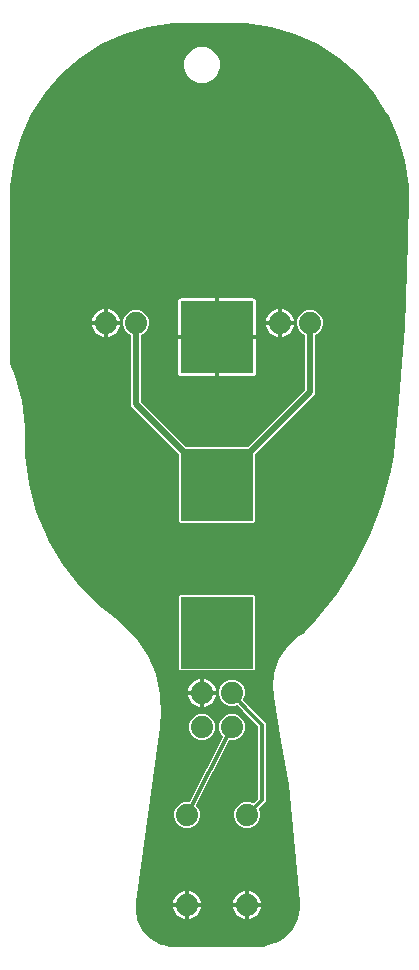
<source format=gbl>
G04 EAGLE Gerber X2 export*
G75*
%MOMM*%
%FSLAX34Y34*%
%LPD*%
%AMOC8*
5,1,8,0,0,1.08239X$1,22.5*%
G01*
%ADD10C,1.879600*%
%ADD11R,6.070000X6.070000*%
%ADD12C,0.304800*%
%ADD13C,0.508000*%

G36*
X213357Y2544D02*
X213357Y2544D01*
X213390Y2543D01*
X218059Y2866D01*
X218075Y2870D01*
X218215Y2893D01*
X227197Y5446D01*
X227217Y5456D01*
X227238Y5459D01*
X227390Y5531D01*
X235332Y10443D01*
X235348Y10457D01*
X235368Y10466D01*
X235494Y10577D01*
X241791Y17472D01*
X241803Y17491D01*
X241819Y17505D01*
X241910Y17646D01*
X246082Y26000D01*
X246089Y26021D01*
X246100Y26039D01*
X246149Y26199D01*
X247879Y35376D01*
X247879Y35392D01*
X247892Y35533D01*
X247791Y40213D01*
X247788Y40232D01*
X247788Y40265D01*
X238783Y139321D01*
X238777Y139345D01*
X238774Y139390D01*
X231839Y177282D01*
X226291Y214170D01*
X226088Y215522D01*
X226035Y215874D01*
X225884Y216875D01*
X225136Y221846D01*
X226361Y234577D01*
X230639Y246631D01*
X237715Y257285D01*
X247165Y265903D01*
X252309Y268675D01*
X252343Y268701D01*
X252382Y268720D01*
X252495Y268818D01*
X252504Y268825D01*
X252506Y268827D01*
X252508Y268830D01*
X261836Y278971D01*
X261848Y278989D01*
X261874Y279016D01*
X279508Y301400D01*
X279521Y301423D01*
X279553Y301463D01*
X294821Y325523D01*
X294832Y325548D01*
X294859Y325591D01*
X307603Y351078D01*
X307611Y351104D01*
X307634Y351149D01*
X317722Y377800D01*
X317727Y377826D01*
X317745Y377874D01*
X325072Y405412D01*
X325074Y405433D01*
X325085Y405468D01*
X327676Y419416D01*
X327676Y419440D01*
X327685Y419480D01*
X331285Y455419D01*
X331284Y455426D01*
X331286Y455438D01*
X336712Y527669D01*
X336711Y527679D01*
X336714Y527695D01*
X339744Y600066D01*
X339743Y600074D01*
X339744Y600085D01*
X340359Y636277D01*
X340357Y636292D01*
X340359Y636317D01*
X339982Y646855D01*
X339977Y646883D01*
X339975Y646936D01*
X336973Y667812D01*
X336964Y667843D01*
X336950Y667918D01*
X331009Y688154D01*
X330995Y688183D01*
X330971Y688255D01*
X322210Y707439D01*
X322191Y707467D01*
X322158Y707535D01*
X310755Y725277D01*
X310733Y725301D01*
X310690Y725364D01*
X296879Y741303D01*
X296854Y741323D01*
X296803Y741379D01*
X280864Y755190D01*
X280836Y755207D01*
X280777Y755255D01*
X263035Y766658D01*
X263005Y766671D01*
X262939Y766710D01*
X243755Y775471D01*
X243724Y775479D01*
X243654Y775509D01*
X223418Y781450D01*
X223385Y781454D01*
X223312Y781473D01*
X202436Y784475D01*
X202408Y784474D01*
X202355Y784482D01*
X191810Y784859D01*
X191800Y784857D01*
X191783Y784859D01*
X151117Y784859D01*
X151106Y784858D01*
X151090Y784859D01*
X140545Y784482D01*
X140517Y784477D01*
X140464Y784475D01*
X119588Y781473D01*
X119557Y781464D01*
X119482Y781450D01*
X99246Y775509D01*
X99217Y775495D01*
X99145Y775471D01*
X79961Y766710D01*
X79933Y766691D01*
X79865Y766658D01*
X62123Y755255D01*
X62099Y755233D01*
X62036Y755190D01*
X46097Y741379D01*
X46077Y741354D01*
X46021Y741303D01*
X32210Y725364D01*
X32193Y725336D01*
X32145Y725277D01*
X20742Y707535D01*
X20729Y707505D01*
X20690Y707439D01*
X11929Y688255D01*
X11921Y688224D01*
X11891Y688154D01*
X5950Y667918D01*
X5946Y667885D01*
X5927Y667812D01*
X2925Y646936D01*
X2926Y646908D01*
X2918Y646855D01*
X2541Y636310D01*
X2543Y636300D01*
X2541Y636283D01*
X2541Y495986D01*
X2552Y495915D01*
X2554Y495843D01*
X2575Y495775D01*
X2580Y495744D01*
X2591Y495723D01*
X2604Y495683D01*
X6742Y486156D01*
X12611Y464802D01*
X15407Y442833D01*
X15245Y432054D01*
X15245Y432053D01*
X15240Y431762D01*
X15242Y431752D01*
X15240Y431736D01*
X15478Y419318D01*
X15483Y419291D01*
X15484Y419240D01*
X18498Y394599D01*
X18507Y394568D01*
X18518Y394497D01*
X24864Y370496D01*
X24877Y370467D01*
X24897Y370398D01*
X34456Y347486D01*
X34473Y347459D01*
X34503Y347393D01*
X47096Y325999D01*
X47117Y325975D01*
X47155Y325914D01*
X62548Y306436D01*
X62572Y306415D01*
X62618Y306359D01*
X80523Y289163D01*
X80545Y289147D01*
X80582Y289112D01*
X90373Y281471D01*
X90382Y281466D01*
X90394Y281455D01*
X90477Y281395D01*
X91500Y280651D01*
X97442Y276333D01*
X109486Y263742D01*
X119094Y249205D01*
X125958Y233189D01*
X129858Y216206D01*
X130670Y198800D01*
X129699Y191520D01*
X129351Y188907D01*
X129338Y188808D01*
X109515Y40138D01*
X109453Y39673D01*
X109334Y38782D01*
X109335Y38762D01*
X109329Y38728D01*
X109056Y34305D01*
X109057Y34294D01*
X109063Y34143D01*
X110396Y25402D01*
X110404Y25379D01*
X110405Y25355D01*
X110459Y25196D01*
X114187Y17179D01*
X114200Y17159D01*
X114208Y17136D01*
X114304Y16998D01*
X120128Y10346D01*
X120147Y10331D01*
X120161Y10311D01*
X120292Y10206D01*
X127746Y5451D01*
X127768Y5441D01*
X127787Y5426D01*
X127942Y5362D01*
X136430Y2885D01*
X136441Y2884D01*
X136589Y2857D01*
X141010Y2543D01*
X141030Y2544D01*
X141064Y2541D01*
X213338Y2541D01*
X213357Y2544D01*
G37*
%LPC*%
G36*
X146818Y361825D02*
X146818Y361825D01*
X145925Y362718D01*
X145925Y419511D01*
X145911Y419601D01*
X145903Y419692D01*
X145891Y419722D01*
X145886Y419754D01*
X145843Y419834D01*
X145807Y419918D01*
X145781Y419950D01*
X145770Y419971D01*
X145747Y419993D01*
X145702Y420049D01*
X107759Y457992D01*
X105155Y460596D01*
X105155Y520212D01*
X105153Y520223D01*
X105154Y520230D01*
X105147Y520266D01*
X105136Y520327D01*
X105119Y520443D01*
X105117Y520449D01*
X105116Y520455D01*
X105061Y520558D01*
X105008Y520663D01*
X105003Y520667D01*
X105000Y520672D01*
X104916Y520752D01*
X104832Y520835D01*
X104826Y520838D01*
X104822Y520842D01*
X104805Y520850D01*
X104685Y520916D01*
X103033Y521600D01*
X99960Y524673D01*
X98297Y528687D01*
X98297Y533033D01*
X99960Y537047D01*
X103033Y540120D01*
X107047Y541783D01*
X111393Y541783D01*
X115407Y540120D01*
X118480Y537047D01*
X120143Y533033D01*
X120143Y528687D01*
X118480Y524673D01*
X115407Y521600D01*
X113755Y520916D01*
X113655Y520854D01*
X113555Y520794D01*
X113551Y520789D01*
X113546Y520786D01*
X113471Y520696D01*
X113395Y520607D01*
X113393Y520601D01*
X113389Y520597D01*
X113347Y520488D01*
X113303Y520379D01*
X113302Y520371D01*
X113301Y520367D01*
X113300Y520349D01*
X113285Y520212D01*
X113285Y464279D01*
X113299Y464189D01*
X113307Y464098D01*
X113319Y464068D01*
X113324Y464036D01*
X113367Y463956D01*
X113403Y463872D01*
X113429Y463840D01*
X113440Y463819D01*
X113463Y463797D01*
X113508Y463741D01*
X151451Y425798D01*
X151525Y425745D01*
X151594Y425685D01*
X151624Y425673D01*
X151650Y425654D01*
X151737Y425627D01*
X151822Y425593D01*
X151863Y425589D01*
X151885Y425582D01*
X151918Y425583D01*
X151989Y425575D01*
X203611Y425575D01*
X203701Y425589D01*
X203792Y425597D01*
X203822Y425609D01*
X203854Y425614D01*
X203934Y425657D01*
X204018Y425693D01*
X204050Y425719D01*
X204071Y425730D01*
X204093Y425753D01*
X204149Y425798D01*
X252252Y473901D01*
X252305Y473975D01*
X252365Y474044D01*
X252377Y474074D01*
X252396Y474100D01*
X252423Y474187D01*
X252457Y474272D01*
X252461Y474313D01*
X252468Y474336D01*
X252467Y474368D01*
X252475Y474439D01*
X252475Y520212D01*
X252473Y520223D01*
X252474Y520230D01*
X252467Y520265D01*
X252456Y520327D01*
X252439Y520443D01*
X252437Y520449D01*
X252436Y520455D01*
X252382Y520557D01*
X252328Y520663D01*
X252323Y520667D01*
X252320Y520672D01*
X252236Y520752D01*
X252152Y520835D01*
X252146Y520838D01*
X252142Y520842D01*
X252125Y520850D01*
X252005Y520916D01*
X250353Y521600D01*
X247280Y524673D01*
X245617Y528687D01*
X245617Y533033D01*
X247280Y537047D01*
X250353Y540120D01*
X254367Y541783D01*
X258713Y541783D01*
X262727Y540120D01*
X265800Y537047D01*
X267463Y533033D01*
X267463Y528687D01*
X265800Y524673D01*
X262727Y521600D01*
X261075Y520916D01*
X260975Y520854D01*
X260875Y520794D01*
X260871Y520789D01*
X260866Y520786D01*
X260791Y520695D01*
X260715Y520607D01*
X260713Y520601D01*
X260709Y520597D01*
X260667Y520488D01*
X260623Y520379D01*
X260622Y520372D01*
X260621Y520367D01*
X260620Y520349D01*
X260605Y520212D01*
X260605Y470756D01*
X258001Y468152D01*
X209898Y420049D01*
X209845Y419975D01*
X209785Y419906D01*
X209773Y419876D01*
X209754Y419850D01*
X209727Y419763D01*
X209693Y419678D01*
X209689Y419637D01*
X209682Y419615D01*
X209683Y419582D01*
X209675Y419511D01*
X209675Y362718D01*
X208782Y361825D01*
X146818Y361825D01*
G37*
%LPD*%
%LPC*%
G36*
X146818Y236825D02*
X146818Y236825D01*
X145925Y237718D01*
X145925Y299682D01*
X146818Y300575D01*
X208782Y300575D01*
X209675Y299682D01*
X209675Y237718D01*
X208782Y236825D01*
X146818Y236825D01*
G37*
%LPD*%
%LPC*%
G36*
X201027Y103377D02*
X201027Y103377D01*
X197013Y105040D01*
X193940Y108113D01*
X192277Y112127D01*
X192277Y116473D01*
X193940Y120487D01*
X197013Y123560D01*
X201027Y125223D01*
X205373Y125223D01*
X208041Y124117D01*
X208155Y124091D01*
X208268Y124062D01*
X208275Y124063D01*
X208281Y124061D01*
X208397Y124072D01*
X208514Y124081D01*
X208519Y124084D01*
X208526Y124084D01*
X208633Y124132D01*
X208740Y124178D01*
X208746Y124182D01*
X208750Y124184D01*
X208764Y124197D01*
X208871Y124282D01*
X212628Y128040D01*
X212681Y128114D01*
X212741Y128183D01*
X212753Y128213D01*
X212772Y128240D01*
X212799Y128327D01*
X212833Y128411D01*
X212837Y128452D01*
X212844Y128475D01*
X212843Y128507D01*
X212851Y128578D01*
X212851Y188922D01*
X212837Y189012D01*
X212829Y189103D01*
X212817Y189133D01*
X212812Y189165D01*
X212769Y189245D01*
X212733Y189329D01*
X212707Y189361D01*
X212696Y189382D01*
X212673Y189404D01*
X212628Y189460D01*
X202058Y200030D01*
X202004Y200069D01*
X201957Y200116D01*
X201905Y200140D01*
X201859Y200174D01*
X201795Y200193D01*
X201773Y200204D01*
X200990Y201096D01*
X200976Y201108D01*
X200956Y201132D01*
X200118Y201971D01*
X200112Y202009D01*
X200080Y202067D01*
X200058Y202130D01*
X200012Y202197D01*
X199996Y202226D01*
X199982Y202240D01*
X199962Y202268D01*
X195492Y207364D01*
X195477Y207376D01*
X195467Y207391D01*
X195383Y207454D01*
X195302Y207520D01*
X195284Y207527D01*
X195269Y207538D01*
X195170Y207571D01*
X195072Y207608D01*
X195053Y207609D01*
X195035Y207614D01*
X194930Y207613D01*
X194826Y207618D01*
X194808Y207612D01*
X194789Y207612D01*
X194628Y207565D01*
X192673Y206755D01*
X188327Y206755D01*
X184313Y208418D01*
X181240Y211491D01*
X179577Y215505D01*
X179577Y219851D01*
X181240Y223865D01*
X184313Y226938D01*
X188327Y228601D01*
X192673Y228601D01*
X196687Y226938D01*
X199760Y223865D01*
X201423Y219851D01*
X201423Y215505D01*
X200013Y212101D01*
X199991Y212011D01*
X199963Y211923D01*
X199964Y211892D01*
X199956Y211861D01*
X199965Y211770D01*
X199966Y211677D01*
X199977Y211648D01*
X199979Y211617D01*
X200017Y211532D01*
X200048Y211445D01*
X200070Y211413D01*
X200079Y211392D01*
X200101Y211368D01*
X200144Y211308D01*
X205410Y205304D01*
X205424Y205292D01*
X205444Y205268D01*
X218949Y191763D01*
X218949Y125737D01*
X213182Y119971D01*
X213115Y119876D01*
X213044Y119782D01*
X213042Y119776D01*
X213039Y119771D01*
X213005Y119660D01*
X212968Y119548D01*
X212968Y119542D01*
X212966Y119536D01*
X212970Y119419D01*
X212971Y119302D01*
X212973Y119295D01*
X212973Y119290D01*
X212979Y119273D01*
X213017Y119141D01*
X214123Y116473D01*
X214123Y112127D01*
X212460Y108113D01*
X209387Y105040D01*
X205373Y103377D01*
X201027Y103377D01*
G37*
%LPD*%
%LPC*%
G36*
X150227Y103377D02*
X150227Y103377D01*
X146213Y105040D01*
X143140Y108113D01*
X141477Y112127D01*
X141477Y116473D01*
X143140Y120487D01*
X146213Y123560D01*
X150227Y125223D01*
X154101Y125223D01*
X154187Y125237D01*
X154273Y125242D01*
X154308Y125257D01*
X154344Y125262D01*
X154421Y125303D01*
X154501Y125336D01*
X154529Y125360D01*
X154561Y125378D01*
X154621Y125440D01*
X154687Y125497D01*
X154713Y125537D01*
X154731Y125556D01*
X154744Y125584D01*
X154779Y125637D01*
X182752Y180277D01*
X182759Y180301D01*
X182773Y180321D01*
X182797Y180417D01*
X182827Y180511D01*
X182827Y180536D01*
X182833Y180560D01*
X182825Y180659D01*
X182824Y180757D01*
X182815Y180781D01*
X182814Y180805D01*
X182775Y180896D01*
X182742Y180989D01*
X182727Y181009D01*
X182717Y181032D01*
X182612Y181162D01*
X181240Y182535D01*
X179577Y186549D01*
X179577Y190895D01*
X181240Y194909D01*
X184313Y197982D01*
X188327Y199645D01*
X192673Y199645D01*
X196687Y197982D01*
X199760Y194909D01*
X201423Y190895D01*
X201423Y186549D01*
X199760Y182535D01*
X196687Y179462D01*
X192673Y177799D01*
X188799Y177799D01*
X188713Y177785D01*
X188627Y177780D01*
X188592Y177765D01*
X188556Y177760D01*
X188479Y177719D01*
X188399Y177686D01*
X188371Y177662D01*
X188339Y177644D01*
X188279Y177582D01*
X188213Y177525D01*
X188187Y177485D01*
X188169Y177466D01*
X188156Y177438D01*
X188121Y177385D01*
X160148Y122745D01*
X160141Y122721D01*
X160127Y122701D01*
X160103Y122605D01*
X160073Y122511D01*
X160073Y122486D01*
X160067Y122462D01*
X160075Y122363D01*
X160076Y122265D01*
X160085Y122241D01*
X160086Y122217D01*
X160125Y122126D01*
X160158Y122033D01*
X160173Y122013D01*
X160183Y121990D01*
X160288Y121860D01*
X161660Y120487D01*
X163323Y116473D01*
X163323Y112127D01*
X161660Y108113D01*
X158587Y105040D01*
X154573Y103377D01*
X150227Y103377D01*
G37*
%LPD*%
%LPC*%
G36*
X179323Y520223D02*
X179323Y520223D01*
X179323Y551591D01*
X208484Y551591D01*
X209131Y551418D01*
X209710Y551083D01*
X210183Y550610D01*
X210518Y550031D01*
X210691Y549384D01*
X210691Y520223D01*
X179323Y520223D01*
G37*
%LPD*%
%LPC*%
G36*
X144909Y520223D02*
X144909Y520223D01*
X144909Y549384D01*
X145082Y550031D01*
X145417Y550610D01*
X145890Y551083D01*
X146469Y551418D01*
X147116Y551591D01*
X176277Y551591D01*
X176277Y520223D01*
X144909Y520223D01*
G37*
%LPD*%
%LPC*%
G36*
X179323Y485809D02*
X179323Y485809D01*
X179323Y517177D01*
X210691Y517177D01*
X210691Y488016D01*
X210518Y487369D01*
X210183Y486790D01*
X209710Y486317D01*
X209131Y485982D01*
X208484Y485809D01*
X179323Y485809D01*
G37*
%LPD*%
%LPC*%
G36*
X147116Y485809D02*
X147116Y485809D01*
X146469Y485982D01*
X145890Y486317D01*
X145417Y486790D01*
X145082Y487369D01*
X144909Y488016D01*
X144909Y517177D01*
X176277Y517177D01*
X176277Y485809D01*
X147116Y485809D01*
G37*
%LPD*%
%LPC*%
G36*
X162068Y734059D02*
X162068Y734059D01*
X156467Y736380D01*
X152180Y740667D01*
X149859Y746268D01*
X149859Y752332D01*
X152180Y757933D01*
X156467Y762220D01*
X162068Y764541D01*
X168132Y764541D01*
X173733Y762220D01*
X178020Y757933D01*
X180341Y752332D01*
X180341Y746268D01*
X178020Y740667D01*
X173733Y736380D01*
X168132Y734059D01*
X162068Y734059D01*
G37*
%LPD*%
%LPC*%
G36*
X162927Y177799D02*
X162927Y177799D01*
X158913Y179462D01*
X155840Y182535D01*
X154177Y186549D01*
X154177Y190895D01*
X155840Y194909D01*
X158913Y197982D01*
X162927Y199645D01*
X167273Y199645D01*
X171287Y197982D01*
X174360Y194909D01*
X176023Y190895D01*
X176023Y186549D01*
X174360Y182535D01*
X171287Y179462D01*
X167273Y177799D01*
X162927Y177799D01*
G37*
%LPD*%
%LPC*%
G36*
X153923Y39623D02*
X153923Y39623D01*
X153923Y49946D01*
X155196Y49745D01*
X156983Y49164D01*
X158657Y48311D01*
X160178Y47206D01*
X161506Y45878D01*
X162611Y44357D01*
X163464Y42683D01*
X164045Y40896D01*
X164246Y39623D01*
X153923Y39623D01*
G37*
%LPD*%
%LPC*%
G36*
X204723Y39623D02*
X204723Y39623D01*
X204723Y49946D01*
X205996Y49745D01*
X207783Y49164D01*
X209457Y48311D01*
X210978Y47206D01*
X212306Y45878D01*
X213411Y44357D01*
X214264Y42683D01*
X214845Y40896D01*
X215046Y39623D01*
X204723Y39623D01*
G37*
%LPD*%
%LPC*%
G36*
X232663Y532383D02*
X232663Y532383D01*
X232663Y542706D01*
X233936Y542505D01*
X235723Y541924D01*
X237397Y541071D01*
X238918Y539966D01*
X240246Y538638D01*
X241351Y537117D01*
X242204Y535443D01*
X242785Y533656D01*
X242986Y532383D01*
X232663Y532383D01*
G37*
%LPD*%
%LPC*%
G36*
X85343Y532383D02*
X85343Y532383D01*
X85343Y542706D01*
X86616Y542505D01*
X88403Y541924D01*
X90077Y541071D01*
X91598Y539966D01*
X92926Y538638D01*
X94031Y537117D01*
X94884Y535443D01*
X95465Y533656D01*
X95666Y532383D01*
X85343Y532383D01*
G37*
%LPD*%
%LPC*%
G36*
X166623Y219201D02*
X166623Y219201D01*
X166623Y229524D01*
X167896Y229323D01*
X169683Y228742D01*
X171357Y227889D01*
X172878Y226784D01*
X174206Y225456D01*
X175311Y223935D01*
X176164Y222261D01*
X176745Y220474D01*
X176946Y219201D01*
X166623Y219201D01*
G37*
%LPD*%
%LPC*%
G36*
X232663Y529337D02*
X232663Y529337D01*
X242986Y529337D01*
X242785Y528064D01*
X242204Y526277D01*
X241351Y524603D01*
X240246Y523082D01*
X238918Y521754D01*
X237397Y520649D01*
X235723Y519796D01*
X233936Y519215D01*
X232663Y519014D01*
X232663Y529337D01*
G37*
%LPD*%
%LPC*%
G36*
X153923Y36577D02*
X153923Y36577D01*
X164246Y36577D01*
X164045Y35304D01*
X163464Y33517D01*
X162611Y31843D01*
X161506Y30322D01*
X160178Y28994D01*
X158657Y27889D01*
X156983Y27036D01*
X155196Y26455D01*
X153923Y26254D01*
X153923Y36577D01*
G37*
%LPD*%
%LPC*%
G36*
X204723Y36577D02*
X204723Y36577D01*
X215046Y36577D01*
X214845Y35304D01*
X214264Y33517D01*
X213411Y31843D01*
X212306Y30322D01*
X210978Y28994D01*
X209457Y27889D01*
X207783Y27036D01*
X205996Y26455D01*
X204723Y26254D01*
X204723Y36577D01*
G37*
%LPD*%
%LPC*%
G36*
X140554Y39623D02*
X140554Y39623D01*
X140755Y40896D01*
X141336Y42683D01*
X142189Y44357D01*
X143294Y45878D01*
X144622Y47206D01*
X146143Y48311D01*
X147817Y49164D01*
X149604Y49745D01*
X150877Y49946D01*
X150877Y39623D01*
X140554Y39623D01*
G37*
%LPD*%
%LPC*%
G36*
X191354Y39623D02*
X191354Y39623D01*
X191555Y40896D01*
X192136Y42683D01*
X192989Y44357D01*
X194094Y45878D01*
X195422Y47206D01*
X196943Y48311D01*
X198617Y49164D01*
X200404Y49745D01*
X201677Y49946D01*
X201677Y39623D01*
X191354Y39623D01*
G37*
%LPD*%
%LPC*%
G36*
X71974Y532383D02*
X71974Y532383D01*
X72175Y533656D01*
X72756Y535443D01*
X73609Y537117D01*
X74714Y538638D01*
X76042Y539966D01*
X77563Y541071D01*
X79237Y541924D01*
X81024Y542505D01*
X82297Y542706D01*
X82297Y532383D01*
X71974Y532383D01*
G37*
%LPD*%
%LPC*%
G36*
X166623Y216155D02*
X166623Y216155D01*
X176946Y216155D01*
X176745Y214882D01*
X176164Y213095D01*
X175311Y211421D01*
X174206Y209900D01*
X172878Y208572D01*
X171357Y207467D01*
X169683Y206614D01*
X167896Y206033D01*
X166623Y205832D01*
X166623Y216155D01*
G37*
%LPD*%
%LPC*%
G36*
X219294Y532383D02*
X219294Y532383D01*
X219495Y533656D01*
X220076Y535443D01*
X220929Y537117D01*
X222034Y538638D01*
X223362Y539966D01*
X224883Y541071D01*
X226557Y541924D01*
X228344Y542505D01*
X229617Y542706D01*
X229617Y532383D01*
X219294Y532383D01*
G37*
%LPD*%
%LPC*%
G36*
X153254Y219201D02*
X153254Y219201D01*
X153455Y220474D01*
X154036Y222261D01*
X154889Y223935D01*
X155994Y225456D01*
X157322Y226784D01*
X158843Y227889D01*
X160517Y228742D01*
X162304Y229323D01*
X163577Y229524D01*
X163577Y219201D01*
X153254Y219201D01*
G37*
%LPD*%
%LPC*%
G36*
X85343Y529337D02*
X85343Y529337D01*
X95666Y529337D01*
X95465Y528064D01*
X94884Y526277D01*
X94031Y524603D01*
X92926Y523082D01*
X91598Y521754D01*
X90077Y520649D01*
X88403Y519796D01*
X86616Y519215D01*
X85343Y519014D01*
X85343Y529337D01*
G37*
%LPD*%
%LPC*%
G36*
X162304Y206033D02*
X162304Y206033D01*
X160517Y206614D01*
X158843Y207467D01*
X157322Y208572D01*
X155994Y209900D01*
X154889Y211421D01*
X154036Y213095D01*
X153455Y214882D01*
X153254Y216155D01*
X163577Y216155D01*
X163577Y205832D01*
X162304Y206033D01*
G37*
%LPD*%
%LPC*%
G36*
X81024Y519215D02*
X81024Y519215D01*
X79237Y519796D01*
X77563Y520649D01*
X76042Y521754D01*
X74714Y523082D01*
X73609Y524603D01*
X72756Y526277D01*
X72175Y528064D01*
X71974Y529337D01*
X82297Y529337D01*
X82297Y519014D01*
X81024Y519215D01*
G37*
%LPD*%
%LPC*%
G36*
X228344Y519215D02*
X228344Y519215D01*
X226557Y519796D01*
X224883Y520649D01*
X223362Y521754D01*
X222034Y523082D01*
X220929Y524603D01*
X220076Y526277D01*
X219495Y528064D01*
X219294Y529337D01*
X229617Y529337D01*
X229617Y519014D01*
X228344Y519215D01*
G37*
%LPD*%
%LPC*%
G36*
X200404Y26455D02*
X200404Y26455D01*
X198617Y27036D01*
X196943Y27889D01*
X195422Y28994D01*
X194094Y30322D01*
X192989Y31843D01*
X192136Y33517D01*
X191555Y35304D01*
X191354Y36577D01*
X201677Y36577D01*
X201677Y26254D01*
X200404Y26455D01*
G37*
%LPD*%
%LPC*%
G36*
X149604Y26455D02*
X149604Y26455D01*
X147817Y27036D01*
X146143Y27889D01*
X144622Y28994D01*
X143294Y30322D01*
X142189Y31843D01*
X141336Y33517D01*
X140755Y35304D01*
X140554Y36577D01*
X150877Y36577D01*
X150877Y26254D01*
X149604Y26455D01*
G37*
%LPD*%
%LPC*%
G36*
X165099Y217677D02*
X165099Y217677D01*
X165099Y217679D01*
X165101Y217679D01*
X165101Y217677D01*
X165099Y217677D01*
G37*
%LPD*%
%LPC*%
G36*
X231139Y530859D02*
X231139Y530859D01*
X231139Y530861D01*
X231141Y530861D01*
X231141Y530859D01*
X231139Y530859D01*
G37*
%LPD*%
%LPC*%
G36*
X203199Y38099D02*
X203199Y38099D01*
X203199Y38101D01*
X203201Y38101D01*
X203201Y38099D01*
X203199Y38099D01*
G37*
%LPD*%
%LPC*%
G36*
X152399Y38099D02*
X152399Y38099D01*
X152399Y38101D01*
X152401Y38101D01*
X152401Y38099D01*
X152399Y38099D01*
G37*
%LPD*%
%LPC*%
G36*
X83819Y530859D02*
X83819Y530859D01*
X83819Y530861D01*
X83821Y530861D01*
X83821Y530859D01*
X83819Y530859D01*
G37*
%LPD*%
%LPC*%
G36*
X177799Y518699D02*
X177799Y518699D01*
X177799Y518701D01*
X177801Y518701D01*
X177801Y518699D01*
X177799Y518699D01*
G37*
%LPD*%
D10*
X231140Y530860D03*
X256540Y530860D03*
X83820Y530860D03*
X109220Y530860D03*
X165100Y217678D03*
X165100Y188722D03*
X190500Y217678D03*
X190500Y188722D03*
X203200Y114300D03*
X203200Y38100D03*
X152400Y114300D03*
X152400Y38100D03*
D11*
X177800Y393700D03*
X177800Y518700D03*
X177800Y268700D03*
D12*
X190500Y217678D02*
X203200Y203200D01*
X215900Y190500D01*
X215900Y127000D01*
X203200Y114300D01*
X152400Y114300D02*
X190500Y188722D01*
D13*
X177800Y393700D02*
X109220Y462280D01*
X109220Y530860D01*
X177800Y393700D02*
X256540Y472440D01*
X256540Y530860D01*
M02*

</source>
